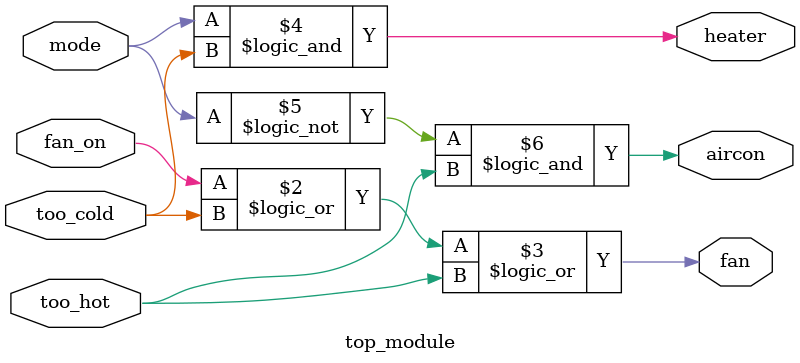
<source format=sv>
module top_module(
    input mode,
    input too_cold, 
	input too_hot,
	input fan_on,
	output reg heater,
	output reg aircon,
	output reg fan
);

always @* begin
    // Determine the state of the fan
    fan = fan_on || too_cold || too_hot;

    // Determine the state of the heater
    heater = mode && too_cold;

    // Determine the state of the air conditioner
    aircon = !mode && too_hot;
end

endmodule

</source>
